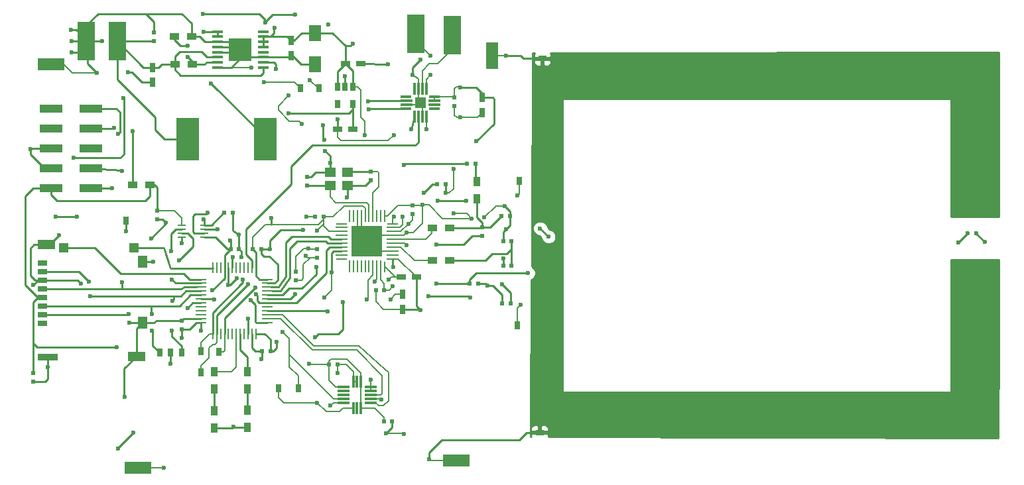
<source format=gbr>
G04 #@! TF.FileFunction,Copper,L1,Top,Signal*
%FSLAX46Y46*%
G04 Gerber Fmt 4.6, Leading zero omitted, Abs format (unit mm)*
G04 Created by KiCad (PCBNEW 4.0.6) date 05/01/18 07:54:48*
%MOMM*%
%LPD*%
G01*
G04 APERTURE LIST*
%ADD10C,0.100000*%
%ADD11R,1.000000X0.750000*%
%ADD12R,1.066800X0.254000*%
%ADD13R,1.400000X1.200000*%
%ADD14R,0.279400X1.473200*%
%ADD15R,1.473200X0.279400*%
%ADD16R,1.473200X0.355600*%
%ADD17R,2.997200X2.997200*%
%ADD18R,0.304800X1.500000*%
%ADD19R,1.450000X0.304800*%
%ADD20R,1.500000X0.304800*%
%ADD21R,1.447800X1.447800*%
%ADD22R,0.600000X0.500000*%
%ADD23R,0.500000X0.600000*%
%ADD24R,0.750000X1.200000*%
%ADD25R,1.600000X2.000000*%
%ADD26R,1.200000X0.750000*%
%ADD27R,0.900000X1.200000*%
%ADD28R,2.250000X5.000000*%
%ADD29R,1.240000X0.800000*%
%ADD30R,2.500000X0.950000*%
%ADD31R,2.200000X1.150000*%
%ADD32R,1.250000X1.160000*%
%ADD33R,1.200000X1.160000*%
%ADD34R,1.150000X1.500000*%
%ADD35R,2.900000X5.400000*%
%ADD36R,1.200000X0.900000*%
%ADD37R,0.650000X1.060000*%
%ADD38R,0.750000X1.000000*%
%ADD39R,3.500000X1.500000*%
%ADD40R,3.000000X1.000000*%
%ADD41R,1.500000X3.500000*%
%ADD42R,4.000000X4.000000*%
%ADD43R,0.250000X1.500000*%
%ADD44R,1.450000X0.250000*%
%ADD45R,1.500000X0.250000*%
%ADD46R,0.250000X1.450000*%
%ADD47R,0.350000X1.520000*%
%ADD48R,1.520000X0.350000*%
%ADD49C,0.600000*%
%ADD50C,0.200000*%
%ADD51C,0.250000*%
%ADD52C,0.254000*%
G04 APERTURE END LIST*
D10*
D11*
X122682000Y-89408000D03*
X123037600Y-41605200D03*
D12*
X77000100Y-62928500D03*
X77000100Y-63436500D03*
X77000100Y-63944500D03*
X77000100Y-64452500D03*
X79844900Y-64452500D03*
X79844900Y-63944500D03*
X79844900Y-63436500D03*
X79844900Y-62928500D03*
D13*
X98128000Y-57873000D03*
X95928000Y-57873000D03*
X98128000Y-56173000D03*
X95928000Y-56173000D03*
D14*
X86436200Y-68364100D03*
X85953600Y-68364100D03*
X85445600Y-68364100D03*
X84937600Y-68364100D03*
X84455000Y-68364100D03*
X83947000Y-68364100D03*
X83439000Y-68364100D03*
X82931000Y-68364100D03*
X82448400Y-68364100D03*
X81940400Y-68364100D03*
X81432400Y-68364100D03*
X80949800Y-68364100D03*
D15*
X79476600Y-69837300D03*
X79476600Y-70319900D03*
X79476600Y-70827900D03*
X79476600Y-71335900D03*
X79476600Y-71818500D03*
X79476600Y-72326500D03*
X79476600Y-72834500D03*
X79476600Y-73342500D03*
X79476600Y-73825100D03*
X79476600Y-74333100D03*
X79476600Y-74841100D03*
X79476600Y-75323700D03*
D14*
X80949800Y-76796900D03*
X81432400Y-76796900D03*
X81940400Y-76796900D03*
X82448400Y-76796900D03*
X82931000Y-76796900D03*
X83439000Y-76796900D03*
X83947000Y-76796900D03*
X84455000Y-76796900D03*
X84937600Y-76796900D03*
X85445600Y-76796900D03*
X85953600Y-76796900D03*
X86436200Y-76796900D03*
D15*
X87909400Y-75323700D03*
X87909400Y-74841100D03*
X87909400Y-74333100D03*
X87909400Y-73825100D03*
X87909400Y-73342500D03*
X87909400Y-72834500D03*
X87909400Y-72326500D03*
X87909400Y-71818500D03*
X87909400Y-71335900D03*
X87909400Y-70827900D03*
X87909400Y-70319900D03*
X87909400Y-69837300D03*
D16*
X81534000Y-38163500D03*
X81534000Y-38823900D03*
X81534000Y-39484300D03*
X81534000Y-40119300D03*
X81534000Y-40779700D03*
X81534000Y-41414700D03*
X81534000Y-42075100D03*
X81534000Y-42735500D03*
X87376000Y-42735500D03*
X87376000Y-42075100D03*
X87376000Y-41414700D03*
X87376000Y-40779700D03*
X87376000Y-40119300D03*
X87376000Y-39484300D03*
X87376000Y-38823900D03*
X87376000Y-38163500D03*
D17*
X84455000Y-40449500D03*
D18*
X106680000Y-49035400D03*
X107188000Y-49035400D03*
X107696000Y-49035400D03*
X108204000Y-49035400D03*
D19*
X109283400Y-48006000D03*
D20*
X109233400Y-47498000D03*
X109233400Y-46990000D03*
D19*
X109283400Y-46482000D03*
D18*
X108204000Y-45452600D03*
X107696000Y-45452600D03*
X107188000Y-45452600D03*
X106680000Y-45452600D03*
D19*
X105600600Y-46482000D03*
D20*
X105650600Y-46990000D03*
X105650600Y-47498000D03*
D19*
X105600600Y-48006000D03*
D21*
X107442000Y-47244000D03*
D22*
X83206500Y-65976500D03*
X84306500Y-65976500D03*
D23*
X91567000Y-68855500D03*
X91567000Y-69955500D03*
D22*
X88307000Y-78994000D03*
X87207000Y-78994000D03*
D23*
X76962000Y-76178500D03*
X76962000Y-75078500D03*
X73406000Y-39348500D03*
X73406000Y-38248500D03*
D22*
X86064000Y-65976500D03*
X87164000Y-65976500D03*
D24*
X73279000Y-42738000D03*
X73279000Y-44638000D03*
X90932000Y-39309000D03*
X90932000Y-41209000D03*
D25*
X94043500Y-38322500D03*
X94043500Y-42322500D03*
D26*
X97919500Y-42291000D03*
X99819500Y-42291000D03*
X98803500Y-50609500D03*
X96903500Y-50609500D03*
D22*
X95779500Y-80708500D03*
X96879500Y-80708500D03*
X102764500Y-87947500D03*
X103864500Y-87947500D03*
D23*
X58039000Y-81809500D03*
X58039000Y-82909500D03*
X111823500Y-46567000D03*
X111823500Y-47667000D03*
D24*
X115379500Y-46611500D03*
X115379500Y-48511500D03*
D23*
X101155500Y-56092000D03*
X101155500Y-57192000D03*
X93027500Y-57827000D03*
X93027500Y-56727000D03*
D26*
X105031500Y-69532500D03*
X106931500Y-69532500D03*
D24*
X105156000Y-71757500D03*
X105156000Y-73657500D03*
D22*
X95101500Y-61849000D03*
X94001500Y-61849000D03*
D23*
X94297500Y-65934500D03*
X94297500Y-67034500D03*
X106426000Y-61446500D03*
X106426000Y-60346500D03*
D22*
X102848500Y-71183500D03*
X101748500Y-71183500D03*
X109559000Y-57658000D03*
X110659000Y-57658000D03*
X113369000Y-55054500D03*
X114469000Y-55054500D03*
D23*
X115316000Y-64240500D03*
X115316000Y-63140500D03*
D22*
X117814000Y-61722000D03*
X118914000Y-61722000D03*
X118004500Y-64960500D03*
X119104500Y-64960500D03*
X119104500Y-68072000D03*
X118004500Y-68072000D03*
X113750000Y-70358000D03*
X114850000Y-70358000D03*
X117877500Y-72898000D03*
X118977500Y-72898000D03*
X82381000Y-61341000D03*
X83481000Y-61341000D03*
D23*
X73850500Y-61045000D03*
X73850500Y-62145000D03*
D27*
X81153000Y-88793500D03*
X81153000Y-86593500D03*
X85344000Y-88730000D03*
X85344000Y-86530000D03*
D28*
X68738500Y-39370000D03*
X64801500Y-39370000D03*
X111537500Y-38608000D03*
X106838500Y-38481000D03*
D29*
X59240500Y-75417000D03*
X59240500Y-74317000D03*
X59240500Y-73217000D03*
X59240500Y-72117000D03*
X59240500Y-71017000D03*
X59240500Y-69917000D03*
X59240500Y-68817000D03*
X59240500Y-67717000D03*
D30*
X59870500Y-79762000D03*
D31*
X59720500Y-65372000D03*
D32*
X61870500Y-65777000D03*
D33*
X70870500Y-65777000D03*
D31*
X71200500Y-79662000D03*
D34*
X71995500Y-75357000D03*
X71995500Y-67577000D03*
D35*
X77727000Y-51943000D03*
X87627000Y-51943000D03*
D36*
X109009000Y-63246000D03*
X111209000Y-63246000D03*
X109009000Y-67437000D03*
X111209000Y-67437000D03*
D27*
X81153000Y-81640500D03*
X81153000Y-83840500D03*
X85344000Y-81640500D03*
X85344000Y-83840500D03*
D36*
X76116000Y-42354500D03*
X78316000Y-42354500D03*
X76052500Y-38798500D03*
X78252500Y-38798500D03*
X72918500Y-57785000D03*
X70718500Y-57785000D03*
D27*
X114681000Y-57320000D03*
X114681000Y-59520000D03*
D37*
X98803500Y-45255000D03*
X97853500Y-45255000D03*
X96903500Y-45255000D03*
X96903500Y-47455000D03*
X98803500Y-47455000D03*
D38*
X94538800Y-45415200D03*
X92151200Y-45415200D03*
X120040400Y-57200800D03*
X119786400Y-75692000D03*
X89306400Y-83718400D03*
X81686400Y-79044800D03*
X79451200Y-81686400D03*
X91846400Y-83718400D03*
X79451200Y-78994000D03*
D39*
X71374000Y-93878400D03*
D38*
X69850000Y-62280800D03*
X75565000Y-79184500D03*
X77012800Y-79197200D03*
X74168000Y-79184500D03*
D40*
X60345000Y-58166000D03*
X65385000Y-58166000D03*
X60345000Y-55626000D03*
X65385000Y-55626000D03*
X60345000Y-53086000D03*
X65385000Y-53086000D03*
X60345000Y-50546000D03*
X65385000Y-50546000D03*
X60345000Y-48006000D03*
X65385000Y-48006000D03*
D39*
X112014000Y-92964000D03*
D41*
X116636800Y-41249600D03*
D39*
X60299600Y-42316400D03*
D42*
X100647500Y-64960500D03*
D43*
X98897500Y-68200500D03*
X98397500Y-68200500D03*
D44*
X97357500Y-67210500D03*
D45*
X97407500Y-66710500D03*
X97407500Y-66210500D03*
X97407500Y-65710500D03*
X97407500Y-65210500D03*
X97407500Y-64710500D03*
X97407500Y-64210500D03*
X97407500Y-63710500D03*
X97407500Y-63210500D03*
D44*
X97357500Y-62710500D03*
D43*
X98397500Y-61720500D03*
X98897500Y-61720500D03*
X99397500Y-61720500D03*
X99897500Y-61720500D03*
X100397500Y-61720500D03*
X100897500Y-61720500D03*
X101397500Y-61720500D03*
X101897500Y-61720500D03*
X102397500Y-61720500D03*
X102897500Y-61720500D03*
D44*
X103937500Y-62710500D03*
D45*
X103887500Y-63210500D03*
X103887500Y-63710500D03*
X103887500Y-64210500D03*
X103887500Y-64710500D03*
X103887500Y-65210500D03*
X103887500Y-65710500D03*
X103887500Y-66210500D03*
X103887500Y-66710500D03*
X103887500Y-67210500D03*
D43*
X99397500Y-68200500D03*
X99897500Y-68200500D03*
X100397500Y-68200500D03*
X100897500Y-68200500D03*
X101397500Y-68200500D03*
X101897500Y-68200500D03*
X102397500Y-68200500D03*
D46*
X102897500Y-68250500D03*
D47*
X98877500Y-86307000D03*
X99377500Y-86307000D03*
X99877500Y-86307000D03*
D48*
X101102500Y-85582000D03*
X101102500Y-85082000D03*
X101102500Y-84582000D03*
X101102500Y-84082000D03*
X101102500Y-83582000D03*
D47*
X99877500Y-82857000D03*
X99377500Y-82857000D03*
X98877500Y-82857000D03*
D48*
X97652500Y-83582000D03*
X97652500Y-84082000D03*
X97652500Y-84582000D03*
X97652500Y-85082000D03*
X97652500Y-85582000D03*
D49*
X90627200Y-46329600D03*
X92303600Y-49987200D03*
X60909200Y-61772800D03*
X63601600Y-61772800D03*
X103441500Y-69850000D03*
X93980000Y-77216000D03*
X97536000Y-72771000D03*
X83185000Y-64897000D03*
X88392000Y-61976000D03*
X93154500Y-65913000D03*
X94297500Y-63563500D03*
X80899000Y-71247000D03*
X93281500Y-80645000D03*
X79438500Y-76390500D03*
X76962000Y-77279500D03*
X68707000Y-78486000D03*
X89090500Y-77787500D03*
X90614500Y-48577500D03*
X74993500Y-62611000D03*
X66802000Y-39370000D03*
X62890400Y-40792400D03*
X62839600Y-37896800D03*
X62941200Y-39370000D03*
X84023200Y-69697600D03*
X106426000Y-43688000D03*
X107442000Y-41757600D03*
X108559600Y-92811600D03*
X118414800Y-41249600D03*
X92837000Y-66802000D03*
X95910400Y-54965600D03*
X94996000Y-50139600D03*
X95199200Y-52019200D03*
X95300800Y-53390800D03*
X102489000Y-85217000D03*
X58013600Y-70561200D03*
X64109600Y-70358000D03*
X85852000Y-42773600D03*
X74726800Y-93929200D03*
X103060500Y-89535000D03*
X105359200Y-89560400D03*
X113995200Y-62026800D03*
X107759500Y-60325000D03*
X111709200Y-61366400D03*
X118237000Y-60452000D03*
X115620800Y-61925200D03*
X110680500Y-58737500D03*
X111658400Y-55727600D03*
X104038400Y-51358800D03*
X105664000Y-63881000D03*
X103987600Y-68224400D03*
X79654400Y-35915600D03*
X91440000Y-36017200D03*
X87630000Y-37033200D03*
X88239600Y-65989200D03*
X92506800Y-63500000D03*
X69697600Y-84836000D03*
X68834000Y-91440000D03*
X70815200Y-89408000D03*
X84582000Y-66954400D03*
X73101200Y-64566800D03*
X70294500Y-75374500D03*
X116014500Y-70612000D03*
X118364000Y-63436500D03*
X112585500Y-49149000D03*
X103327200Y-42316400D03*
X92900500Y-61849000D03*
X107505500Y-73787000D03*
X83629500Y-88646000D03*
X84277200Y-64058800D03*
X77025500Y-65214500D03*
X82905600Y-70561200D03*
X101092000Y-82613500D03*
X96901000Y-81788000D03*
X95948500Y-85979000D03*
X98107500Y-59372500D03*
X87185500Y-80010000D03*
X59880500Y-81026000D03*
X73342500Y-67564000D03*
X61341000Y-64198500D03*
X95694500Y-37274500D03*
X57721500Y-53149500D03*
X96901000Y-49403000D03*
X97853500Y-43878500D03*
X66167000Y-43434000D03*
X70104000Y-43370500D03*
X124968000Y-67246500D03*
X113347500Y-59753500D03*
X109664500Y-59817000D03*
X108458000Y-71945500D03*
X113855500Y-72136000D03*
X114617500Y-52197000D03*
X112585500Y-45275500D03*
X100330000Y-51371500D03*
X98806000Y-39687500D03*
X79756000Y-62166500D03*
X88836500Y-37655500D03*
X69532500Y-46672500D03*
X63182500Y-54292500D03*
X100647500Y-72390000D03*
X103632000Y-72390000D03*
X103949500Y-70739000D03*
X105664000Y-65468500D03*
X105918000Y-62738000D03*
X107886500Y-58737500D03*
X105219500Y-61785500D03*
X105346500Y-55181500D03*
X104076500Y-61785500D03*
X121221500Y-69024500D03*
X109474000Y-70358000D03*
X109537500Y-65341500D03*
X118046500Y-67183000D03*
X117919500Y-70485000D03*
X85471000Y-74866500D03*
X68072000Y-58166000D03*
X85788500Y-72517000D03*
X69354700Y-55943500D03*
X68389500Y-50482500D03*
X70739000Y-50863500D03*
X68897500Y-51244500D03*
X83464400Y-66954400D03*
X108775500Y-41275000D03*
X108775500Y-43688000D03*
X69850000Y-63652400D03*
X75755500Y-69850000D03*
X70231000Y-74295000D03*
X73215500Y-76390500D03*
X73215500Y-74231500D03*
X75565000Y-80645000D03*
X69342000Y-70167500D03*
X75819000Y-72580500D03*
X75755500Y-76390500D03*
X65151000Y-70104000D03*
X65341500Y-71945500D03*
X80708500Y-44767500D03*
X79819500Y-38163500D03*
X94170500Y-68262500D03*
X77724000Y-40005000D03*
X77724000Y-41402000D03*
X89027000Y-42926000D03*
X89852500Y-76517500D03*
X86487000Y-71755000D03*
X95186500Y-72136000D03*
X94297500Y-85598000D03*
X96139000Y-68897500D03*
X91440000Y-71755000D03*
X108204000Y-50673000D03*
X101600000Y-70104000D03*
X95631000Y-73914000D03*
X120243600Y-73050400D03*
X123825000Y-64389000D03*
X122745500Y-63309500D03*
X179514500Y-65024000D03*
X178435000Y-63944500D03*
X119837200Y-59131200D03*
X177292000Y-63944500D03*
X176149000Y-65087500D03*
X100774500Y-47053500D03*
X84772500Y-69850000D03*
X85471000Y-70421500D03*
X100838000Y-48133000D03*
X86360000Y-70866000D03*
X106299000Y-50673000D03*
X87477600Y-44602400D03*
X81597500Y-63436500D03*
X93319600Y-44348400D03*
X80264000Y-61341000D03*
X81153000Y-72390000D03*
X75628500Y-66230500D03*
X77724000Y-73469500D03*
X76644500Y-67373500D03*
D50*
X89306400Y-47650400D02*
X90627200Y-46329600D01*
X89306400Y-48209200D02*
X89306400Y-47650400D01*
X90728800Y-49631600D02*
X89306400Y-48209200D01*
X91948000Y-49631600D02*
X90728800Y-49631600D01*
X92303600Y-49987200D02*
X91948000Y-49631600D01*
D51*
X63601600Y-61772800D02*
X60909200Y-61772800D01*
X82448400Y-68364100D02*
X82448400Y-66734600D01*
X82448400Y-66734600D02*
X83206500Y-65976500D01*
D50*
X103759000Y-69532500D02*
X105031500Y-69532500D01*
X103441500Y-69850000D02*
X103759000Y-69532500D01*
D51*
X94424500Y-76771500D02*
X93980000Y-77216000D01*
X96964500Y-76771500D02*
X94424500Y-76771500D01*
X97536000Y-76200000D02*
X96964500Y-76771500D01*
X97536000Y-72771000D02*
X97536000Y-76200000D01*
X83206500Y-65976500D02*
X83206500Y-64918500D01*
X83206500Y-64918500D02*
X83185000Y-64897000D01*
X88392000Y-61976000D02*
X88392000Y-62801500D01*
D50*
X73850500Y-61045000D02*
X76031000Y-61045000D01*
X77000100Y-62014100D02*
X77000100Y-62928500D01*
X76031000Y-61045000D02*
X77000100Y-62014100D01*
X91567000Y-68855500D02*
X91567000Y-66929000D01*
X92583000Y-65913000D02*
X93154500Y-65913000D01*
X91567000Y-66929000D02*
X92583000Y-65913000D01*
X95101500Y-61849000D02*
X95101500Y-62759500D01*
X93176000Y-65934500D02*
X94297500Y-65934500D01*
X93154500Y-65913000D02*
X93176000Y-65934500D01*
X95101500Y-62759500D02*
X94297500Y-63563500D01*
X95101500Y-61849000D02*
X95101500Y-62124500D01*
X86064000Y-64431000D02*
X86064000Y-65976500D01*
X87693500Y-62801500D02*
X86064000Y-64431000D01*
X94424500Y-62801500D02*
X88392000Y-62801500D01*
X88392000Y-62801500D02*
X87693500Y-62801500D01*
X95101500Y-62124500D02*
X94424500Y-62801500D01*
X100397500Y-61720500D02*
X100397500Y-60710000D01*
X96329500Y-61849000D02*
X95101500Y-61849000D01*
X97726500Y-60452000D02*
X96329500Y-61849000D01*
X100139500Y-60452000D02*
X97726500Y-60452000D01*
X100397500Y-60710000D02*
X100139500Y-60452000D01*
X97407500Y-63710500D02*
X95778000Y-63710500D01*
X95101500Y-63034000D02*
X95101500Y-61849000D01*
X95778000Y-63710500D02*
X95101500Y-63034000D01*
X105031500Y-69532500D02*
X104229500Y-69532500D01*
X104229500Y-69532500D02*
X102897500Y-68200500D01*
X102764500Y-87947500D02*
X102764500Y-87461000D01*
X101610500Y-86307000D02*
X99877500Y-86307000D01*
X102764500Y-87461000D02*
X101610500Y-86307000D01*
D51*
X83206500Y-65976500D02*
X82804000Y-65976500D01*
X81280000Y-64452500D02*
X79844900Y-64452500D01*
X82804000Y-65976500D02*
X81280000Y-64452500D01*
X82448400Y-68364100D02*
X82448400Y-69697600D01*
X82448400Y-69697600D02*
X80899000Y-71247000D01*
X86436200Y-68364100D02*
X86436200Y-66348700D01*
X86436200Y-66348700D02*
X86064000Y-65976500D01*
X87909400Y-69837300D02*
X86918800Y-69837300D01*
X86436200Y-69354700D02*
X86436200Y-68364100D01*
X86918800Y-69837300D02*
X86436200Y-69354700D01*
D50*
X99877500Y-86307000D02*
X99877500Y-82857000D01*
X95779500Y-80708500D02*
X95779500Y-80306000D01*
X99877500Y-81780000D02*
X99877500Y-82857000D01*
X98107500Y-80010000D02*
X99877500Y-81780000D01*
X96075500Y-80010000D02*
X98107500Y-80010000D01*
X95779500Y-80306000D02*
X96075500Y-80010000D01*
X95779500Y-80708500D02*
X95779500Y-82762000D01*
X96599500Y-83582000D02*
X97652500Y-83582000D01*
X95779500Y-82762000D02*
X96599500Y-83582000D01*
X93345000Y-80708500D02*
X95779500Y-80708500D01*
X93281500Y-80645000D02*
X93345000Y-80708500D01*
D51*
X79476600Y-75323700D02*
X79476600Y-76352400D01*
X79476600Y-76352400D02*
X79438500Y-76390500D01*
X58039000Y-77724000D02*
X58039000Y-77978000D01*
X76962000Y-77279500D02*
X76962000Y-76178500D01*
X58547000Y-78486000D02*
X68707000Y-78486000D01*
X58039000Y-77978000D02*
X58547000Y-78486000D01*
X89090500Y-77787500D02*
X89090500Y-78613000D01*
X89090500Y-78613000D02*
X88709500Y-78994000D01*
X88709500Y-78994000D02*
X88307000Y-78994000D01*
X86436200Y-76796900D02*
X87591900Y-76796900D01*
X88307000Y-77512000D02*
X88307000Y-78994000D01*
X87591900Y-76796900D02*
X88307000Y-77512000D01*
X79476600Y-75323700D02*
X78854300Y-75323700D01*
X78854300Y-75323700D02*
X77999500Y-76178500D01*
X77999500Y-76178500D02*
X76962000Y-76178500D01*
X58039000Y-81809500D02*
X58039000Y-77724000D01*
X58039000Y-77724000D02*
X58039000Y-72707500D01*
X58039000Y-72707500D02*
X58629500Y-72117000D01*
X58629500Y-72117000D02*
X59240500Y-72117000D01*
X59240500Y-72117000D02*
X58591500Y-72117000D01*
X58039000Y-58166000D02*
X60345000Y-58166000D01*
X57023000Y-59182000D02*
X58039000Y-58166000D01*
X57023000Y-70548500D02*
X57023000Y-59182000D01*
X58591500Y-72117000D02*
X57023000Y-70548500D01*
X60345000Y-58166000D02*
X60345000Y-59011500D01*
X72918500Y-59161500D02*
X72918500Y-57785000D01*
X72326500Y-59753500D02*
X72918500Y-59161500D01*
X61087000Y-59753500D02*
X72326500Y-59753500D01*
X60345000Y-59011500D02*
X61087000Y-59753500D01*
X72918500Y-57785000D02*
X73533000Y-57785000D01*
X73850500Y-58102500D02*
X73850500Y-61045000D01*
X73533000Y-57785000D02*
X73850500Y-58102500D01*
X98803500Y-47455000D02*
X98803500Y-48072000D01*
X98298000Y-48577500D02*
X90614500Y-48577500D01*
X98803500Y-48072000D02*
X98298000Y-48577500D01*
X98803500Y-47455000D02*
X98803500Y-50609500D01*
X64801500Y-39370000D02*
X66802000Y-39370000D01*
X64801500Y-39370000D02*
X64801500Y-39694100D01*
X64801500Y-39694100D02*
X63703200Y-40792400D01*
X63703200Y-40792400D02*
X62890400Y-40792400D01*
X64801500Y-39370000D02*
X64801500Y-39147500D01*
X64801500Y-39147500D02*
X63550800Y-37896800D01*
X63550800Y-37896800D02*
X62839600Y-37896800D01*
X64801500Y-39370000D02*
X62941200Y-39370000D01*
X82905600Y-70561200D02*
X83159600Y-70561200D01*
X83159600Y-70561200D02*
X84023200Y-69697600D01*
X106426000Y-43688000D02*
X106426000Y-42773600D01*
D50*
X107188000Y-44196000D02*
X106426000Y-43688000D01*
X107188000Y-45452600D02*
X107188000Y-44196000D01*
D51*
X106426000Y-42773600D02*
X107442000Y-41757600D01*
X108559600Y-92811600D02*
X108559600Y-91948000D01*
D50*
X108712000Y-92964000D02*
X108559600Y-92811600D01*
X112014000Y-92964000D02*
X108712000Y-92964000D01*
D51*
X121005600Y-89408000D02*
X122682000Y-89408000D01*
X120091200Y-90322400D02*
X121005600Y-89408000D01*
X110185200Y-90322400D02*
X120091200Y-90322400D01*
X108559600Y-91948000D02*
X110185200Y-90322400D01*
X118414800Y-41249600D02*
X120243600Y-41249600D01*
D50*
X116636800Y-41249600D02*
X118414800Y-41249600D01*
D51*
X120599200Y-41605200D02*
X123037600Y-41605200D01*
X120243600Y-41249600D02*
X120599200Y-41605200D01*
D50*
X93069500Y-67034500D02*
X92837000Y-66802000D01*
X94297500Y-67034500D02*
X93069500Y-67034500D01*
D51*
X95910400Y-54965600D02*
X95910400Y-54000400D01*
X95953400Y-55008600D02*
X95910400Y-54965600D01*
X95928000Y-56173000D02*
X95953400Y-55008600D01*
X94996000Y-51816000D02*
X94996000Y-50139600D01*
X95199200Y-52019200D02*
X94996000Y-51816000D01*
X95910400Y-54000400D02*
X95300800Y-53390800D01*
D50*
X102354000Y-85082000D02*
X102489000Y-85217000D01*
X101102500Y-85082000D02*
X102354000Y-85082000D01*
D51*
X58013600Y-70561200D02*
X58657800Y-69917000D01*
X58657800Y-69917000D02*
X59240500Y-69917000D01*
X63668600Y-69917000D02*
X59240500Y-69917000D01*
X64109600Y-70358000D02*
X63668600Y-69917000D01*
D50*
X83312000Y-42735500D02*
X85813900Y-42735500D01*
X85813900Y-42735500D02*
X85852000Y-42773600D01*
X60299600Y-42316400D02*
X61874400Y-42316400D01*
X61874400Y-42316400D02*
X62992000Y-43434000D01*
X62992000Y-43434000D02*
X66167000Y-43434000D01*
X71374000Y-93878400D02*
X74676000Y-93878400D01*
X74676000Y-93878400D02*
X74726800Y-93929200D01*
X71374000Y-93878400D02*
X72999600Y-93878400D01*
X72999600Y-93878400D02*
X73050400Y-93827600D01*
X103060500Y-89535000D02*
X105333800Y-89535000D01*
D51*
X103864500Y-88731000D02*
X103060500Y-89535000D01*
X103864500Y-87947500D02*
X103864500Y-88731000D01*
D50*
X105333800Y-89535000D02*
X105359200Y-89560400D01*
X108534200Y-60325000D02*
X110236000Y-62026800D01*
X110236000Y-62026800D02*
X113995200Y-62026800D01*
X108534200Y-60325000D02*
X107759500Y-60325000D01*
X113385600Y-61417200D02*
X113995200Y-62026800D01*
X111760000Y-61417200D02*
X113385600Y-61417200D01*
X111709200Y-61366400D02*
X111760000Y-61417200D01*
D51*
X118914000Y-61129000D02*
X118237000Y-60452000D01*
X118914000Y-61129000D02*
X118914000Y-61722000D01*
D50*
X117094000Y-60452000D02*
X118237000Y-60452000D01*
X115620800Y-61925200D02*
X117094000Y-60452000D01*
X110680500Y-58737500D02*
X111137700Y-58737500D01*
D51*
X110659000Y-58716000D02*
X110680500Y-58737500D01*
X110659000Y-57658000D02*
X110659000Y-58716000D01*
D50*
X111658400Y-58216800D02*
X111658400Y-55727600D01*
X111137700Y-58737500D02*
X111658400Y-58216800D01*
X104038400Y-51358800D02*
X103327200Y-52070000D01*
X103327200Y-52070000D02*
X97332800Y-52070000D01*
X97332800Y-52070000D02*
X96903500Y-51640700D01*
X96903500Y-51640700D02*
X96903500Y-50609500D01*
X105664000Y-63881000D02*
X106502200Y-63881000D01*
X107738000Y-60346500D02*
X107759500Y-60325000D01*
X106426000Y-60346500D02*
X107738000Y-60346500D01*
X105334500Y-64210500D02*
X105664000Y-63881000D01*
X105334500Y-64210500D02*
X103887500Y-64210500D01*
X107759500Y-62623700D02*
X107759500Y-60325000D01*
X106502200Y-63881000D02*
X107759500Y-62623700D01*
D51*
X103887500Y-67210500D02*
X103887500Y-68124300D01*
X103887500Y-68124300D02*
X103987600Y-68224400D01*
X87630000Y-37033200D02*
X87630000Y-36677600D01*
X91440000Y-36017200D02*
X89154000Y-36017200D01*
X89154000Y-36017200D02*
X88544400Y-36017200D01*
X88544400Y-36017200D02*
X87630000Y-36931600D01*
X87630000Y-36931600D02*
X87630000Y-37033200D01*
X86868000Y-35915600D02*
X79654400Y-35915600D01*
X87630000Y-36677600D02*
X86868000Y-35915600D01*
X88239600Y-65989200D02*
X88239600Y-64871600D01*
X88226900Y-65976500D02*
X88239600Y-65989200D01*
X87164000Y-65976500D02*
X88226900Y-65976500D01*
X89611200Y-63500000D02*
X92506800Y-63500000D01*
X88239600Y-64871600D02*
X89611200Y-63500000D01*
X69646800Y-81215700D02*
X71200500Y-79662000D01*
X69646800Y-84785200D02*
X69646800Y-81215700D01*
X69697600Y-84836000D02*
X69646800Y-84785200D01*
X68834000Y-91389200D02*
X68834000Y-91440000D01*
X70815200Y-89408000D02*
X68834000Y-91389200D01*
X84582000Y-66954400D02*
X84582000Y-66252000D01*
X84582000Y-66252000D02*
X84306500Y-65976500D01*
X74993500Y-62611000D02*
X74993500Y-62674500D01*
X74993500Y-62674500D02*
X73101200Y-64566800D01*
X74527500Y-62145000D02*
X74993500Y-62611000D01*
X73850500Y-62145000D02*
X74527500Y-62145000D01*
X71995500Y-75357000D02*
X70312000Y-75357000D01*
X70312000Y-75357000D02*
X70294500Y-75374500D01*
X117877500Y-72898000D02*
X117877500Y-71776500D01*
X115760500Y-70358000D02*
X116014500Y-70612000D01*
X115760500Y-70358000D02*
X114850000Y-70358000D01*
X116713000Y-70612000D02*
X116014500Y-70612000D01*
X117877500Y-71776500D02*
X116713000Y-70612000D01*
X118914000Y-61722000D02*
X118914000Y-62886500D01*
X118004500Y-63796000D02*
X118364000Y-63436500D01*
X118004500Y-63796000D02*
X118004500Y-64960500D01*
X118914000Y-62886500D02*
X118364000Y-63436500D01*
D50*
X107696000Y-49035400D02*
X107696000Y-47498000D01*
X107696000Y-47498000D02*
X107442000Y-47244000D01*
X107188000Y-45452600D02*
X107188000Y-46990000D01*
X107188000Y-46990000D02*
X107442000Y-47244000D01*
X115379500Y-48511500D02*
X115379500Y-48514000D01*
X115379500Y-48514000D02*
X114744500Y-49149000D01*
X114744500Y-49149000D02*
X112585500Y-49149000D01*
X111823500Y-47667000D02*
X111823500Y-48831500D01*
X112141000Y-49149000D02*
X112585500Y-49149000D01*
X111823500Y-48831500D02*
X112141000Y-49149000D01*
X105650600Y-47498000D02*
X107188000Y-47498000D01*
X107188000Y-47498000D02*
X107442000Y-47244000D01*
D51*
X99819500Y-42291000D02*
X103327200Y-42316400D01*
D50*
X103887500Y-66210500D02*
X101897500Y-66210500D01*
X101897500Y-66210500D02*
X100647500Y-64960500D01*
X94297500Y-67034500D02*
X93366500Y-67034500D01*
X92287000Y-69955500D02*
X91567000Y-69955500D01*
X92519500Y-69723000D02*
X92287000Y-69955500D01*
X92519500Y-67881500D02*
X92519500Y-69723000D01*
X93366500Y-67034500D02*
X92519500Y-67881500D01*
X94001500Y-61849000D02*
X92900500Y-61849000D01*
X102897500Y-61720500D02*
X103189000Y-61720500D01*
X104563000Y-60346500D02*
X106426000Y-60346500D01*
X103189000Y-61720500D02*
X104563000Y-60346500D01*
X103887500Y-64210500D02*
X101397500Y-64210500D01*
X101397500Y-64210500D02*
X100647500Y-64960500D01*
X99897500Y-61720500D02*
X99897500Y-64210500D01*
X99897500Y-64210500D02*
X100647500Y-64960500D01*
X99397500Y-61720500D02*
X99397500Y-63710500D01*
X99397500Y-63710500D02*
X100647500Y-64960500D01*
X101748500Y-71183500D02*
X101748500Y-72665500D01*
X102740500Y-73657500D02*
X105156000Y-73657500D01*
X101748500Y-72665500D02*
X102740500Y-73657500D01*
X103887500Y-67210500D02*
X104609500Y-67210500D01*
X104609500Y-67210500D02*
X106931500Y-69532500D01*
D51*
X106931500Y-69532500D02*
X106931500Y-73213000D01*
X106931500Y-73213000D02*
X107505500Y-73787000D01*
X105156000Y-73657500D02*
X107376000Y-73657500D01*
X107376000Y-73657500D02*
X107505500Y-73787000D01*
X85344000Y-88730000D02*
X83713500Y-88730000D01*
X83482000Y-88793500D02*
X83629500Y-88646000D01*
X83482000Y-88793500D02*
X81153000Y-88793500D01*
X83713500Y-88730000D02*
X83629500Y-88646000D01*
X83481000Y-61341000D02*
X83481000Y-63605500D01*
X84306500Y-64431000D02*
X84277200Y-64058800D01*
X84306500Y-64431000D02*
X84306500Y-65976500D01*
X83481000Y-63605500D02*
X84277200Y-64058800D01*
X82931000Y-68364100D02*
X82905600Y-70561200D01*
X77000100Y-65189100D02*
X77025500Y-65214500D01*
X77000100Y-65189100D02*
X77000100Y-64452500D01*
X87566500Y-66865500D02*
X87503000Y-66865500D01*
X88874600Y-70319900D02*
X89281000Y-69913500D01*
X89281000Y-69913500D02*
X89281000Y-67945000D01*
X89281000Y-67945000D02*
X88201500Y-66865500D01*
X88201500Y-66865500D02*
X87566500Y-66865500D01*
X87909400Y-70319900D02*
X88874600Y-70319900D01*
X87164000Y-66526500D02*
X87164000Y-65976500D01*
X87503000Y-66865500D02*
X87164000Y-66526500D01*
D50*
X101102500Y-83582000D02*
X101102500Y-82624000D01*
X101102500Y-82624000D02*
X101092000Y-82613500D01*
X96879500Y-80708500D02*
X96879500Y-81766500D01*
X96879500Y-81766500D02*
X96901000Y-81788000D01*
X97652500Y-85582000D02*
X96345500Y-85582000D01*
X96345500Y-85582000D02*
X95948500Y-85979000D01*
X101102500Y-83582000D02*
X101102500Y-84082000D01*
X98877500Y-82857000D02*
X99377500Y-82857000D01*
X96879500Y-80708500D02*
X97980500Y-80708500D01*
X98877500Y-81605500D02*
X98877500Y-82857000D01*
X97980500Y-80708500D02*
X98877500Y-81605500D01*
D51*
X98128000Y-57873000D02*
X98128000Y-59352000D01*
X98128000Y-59352000D02*
X98107500Y-59372500D01*
X98128000Y-57873000D02*
X100474500Y-57873000D01*
X100474500Y-57873000D02*
X101155500Y-57192000D01*
X93027500Y-56727000D02*
X93514000Y-56727000D01*
X94068000Y-56173000D02*
X95928000Y-56173000D01*
X93514000Y-56727000D02*
X94068000Y-56173000D01*
X87207000Y-78994000D02*
X87207000Y-79988500D01*
X87207000Y-79988500D02*
X87185500Y-80010000D01*
X87207000Y-78994000D02*
X86360000Y-78994000D01*
X85953600Y-78587600D02*
X85953600Y-76796900D01*
X86360000Y-78994000D02*
X85953600Y-78587600D01*
X76962000Y-75078500D02*
X73765500Y-75078500D01*
X73452000Y-75357000D02*
X73469500Y-75374500D01*
X73452000Y-75357000D02*
X71995500Y-75357000D01*
X73765500Y-75078500D02*
X73469500Y-75374500D01*
X79476600Y-74841100D02*
X77199400Y-74841100D01*
X77199400Y-74841100D02*
X76962000Y-75078500D01*
X58039000Y-82909500D02*
X59541500Y-82909500D01*
X59870500Y-81016000D02*
X59880500Y-81026000D01*
X59870500Y-81016000D02*
X59870500Y-79762000D01*
X59880500Y-82570500D02*
X59880500Y-81026000D01*
X59541500Y-82909500D02*
X59880500Y-82570500D01*
X71995500Y-67577000D02*
X73329500Y-67577000D01*
X73329500Y-67577000D02*
X73342500Y-67564000D01*
X71200500Y-79662000D02*
X71200500Y-76152000D01*
X71200500Y-76152000D02*
X71995500Y-75357000D01*
X59720500Y-65372000D02*
X60167500Y-65372000D01*
X60167500Y-65372000D02*
X61341000Y-64198500D01*
X59240500Y-69917000D02*
X58233000Y-69917000D01*
X58233000Y-69917000D02*
X57658000Y-69342000D01*
X57658000Y-69342000D02*
X57658000Y-65849500D01*
X57658000Y-65849500D02*
X58135500Y-65372000D01*
X58135500Y-65372000D02*
X59720500Y-65372000D01*
X81534000Y-42735500D02*
X83312000Y-42735500D01*
X83312000Y-42735500D02*
X84455000Y-41592500D01*
X84455000Y-41592500D02*
X84455000Y-40449500D01*
X60345000Y-55626000D02*
X59499500Y-55626000D01*
X59499500Y-55626000D02*
X57721500Y-53848000D01*
X57721500Y-53848000D02*
X57721500Y-53149500D01*
X60345000Y-53086000D02*
X57785000Y-53086000D01*
X57785000Y-53086000D02*
X57721500Y-53149500D01*
X96903500Y-50609500D02*
X96903500Y-49405500D01*
X96903500Y-49405500D02*
X96901000Y-49403000D01*
X97853500Y-45255000D02*
X97853500Y-43878500D01*
X73279000Y-44638000D02*
X71943000Y-44638000D01*
X64960500Y-42227500D02*
X64960500Y-39529000D01*
X66167000Y-43434000D02*
X64960500Y-42227500D01*
X70675500Y-43370500D02*
X70104000Y-43370500D01*
X71943000Y-44638000D02*
X70675500Y-43370500D01*
X64960500Y-39529000D02*
X64801500Y-39370000D01*
X90932000Y-41209000D02*
X91120000Y-41209000D01*
X91120000Y-41209000D02*
X92233500Y-42322500D01*
X92233500Y-42322500D02*
X94043500Y-42322500D01*
X87376000Y-41414700D02*
X90726300Y-41414700D01*
X90726300Y-41414700D02*
X90932000Y-41209000D01*
X84455000Y-41529000D02*
X84455000Y-40449500D01*
X81534000Y-40779700D02*
X84124800Y-40779700D01*
X84124800Y-40779700D02*
X84455000Y-40449500D01*
X81534000Y-40119300D02*
X84124800Y-40119300D01*
X84124800Y-40119300D02*
X84455000Y-40449500D01*
X87376000Y-41414700D02*
X85420200Y-41414700D01*
X85420200Y-41414700D02*
X84455000Y-40449500D01*
X81534000Y-39484300D02*
X83489800Y-39484300D01*
X83489800Y-39484300D02*
X84455000Y-40449500D01*
X78252500Y-38798500D02*
X79248000Y-38798500D01*
X79933800Y-39484300D02*
X81534000Y-39484300D01*
X79248000Y-38798500D02*
X79933800Y-39484300D01*
X73406000Y-38248500D02*
X73406000Y-36893500D01*
X73406000Y-36893500D02*
X72390000Y-35877500D01*
X64801500Y-39370000D02*
X64801500Y-37370000D01*
X64801500Y-37370000D02*
X66294000Y-35877500D01*
X66294000Y-35877500D02*
X72390000Y-35877500D01*
X72390000Y-35877500D02*
X77025500Y-35877500D01*
X77025500Y-35877500D02*
X78252500Y-37104500D01*
X78252500Y-37104500D02*
X78252500Y-38798500D01*
X81534000Y-41414700D02*
X80213200Y-41414700D01*
X76116000Y-41359000D02*
X76116000Y-42354500D01*
X76708000Y-40767000D02*
X76116000Y-41359000D01*
X79565500Y-40767000D02*
X76708000Y-40767000D01*
X80213200Y-41414700D02*
X79565500Y-40767000D01*
X76116000Y-42354500D02*
X76116000Y-43032500D01*
X87376000Y-43434000D02*
X87376000Y-42735500D01*
X87058500Y-43751500D02*
X87376000Y-43434000D01*
X76835000Y-43751500D02*
X87058500Y-43751500D01*
X76116000Y-43032500D02*
X76835000Y-43751500D01*
X73279000Y-42738000D02*
X74038500Y-42738000D01*
X74422000Y-42354500D02*
X76116000Y-42354500D01*
X74038500Y-42738000D02*
X74422000Y-42354500D01*
X73279000Y-42738000D02*
X72106500Y-42738000D01*
X72106500Y-42738000D02*
X68738500Y-39370000D01*
X73406000Y-39348500D02*
X68760000Y-39348500D01*
X68760000Y-39348500D02*
X68738500Y-39370000D01*
X68738500Y-39370000D02*
X68738500Y-44291000D01*
X74803000Y-51943000D02*
X77727000Y-51943000D01*
X73596500Y-50736500D02*
X74803000Y-51943000D01*
X73596500Y-49149000D02*
X73596500Y-50736500D01*
X68738500Y-44291000D02*
X73596500Y-49149000D01*
X109728000Y-59753500D02*
X113347500Y-59753500D01*
X109664500Y-59817000D02*
X109728000Y-59753500D01*
X113665000Y-71945500D02*
X108458000Y-71945500D01*
X113855500Y-72136000D02*
X113665000Y-71945500D01*
X115379500Y-46611500D02*
X115379500Y-46101000D01*
X115379500Y-46101000D02*
X114554000Y-45275500D01*
X114554000Y-45275500D02*
X112585500Y-45275500D01*
X115379500Y-46611500D02*
X116652000Y-46611500D01*
X116840000Y-49974500D02*
X114617500Y-52197000D01*
X116840000Y-46799500D02*
X116840000Y-49974500D01*
X116652000Y-46611500D02*
X116840000Y-46799500D01*
D50*
X111823500Y-45466000D02*
X111823500Y-46567000D01*
X112585500Y-45275500D02*
X112522000Y-45212000D01*
X112522000Y-45212000D02*
X112077500Y-45212000D01*
X112077500Y-45212000D02*
X111823500Y-45466000D01*
X109233400Y-46990000D02*
X109233400Y-46482000D01*
X109233400Y-46482000D02*
X111738500Y-46482000D01*
X111738500Y-46482000D02*
X111823500Y-46567000D01*
X98803500Y-45255000D02*
X99420500Y-45255000D01*
X100330000Y-49657000D02*
X100330000Y-51371500D01*
X99822000Y-49149000D02*
X100330000Y-49657000D01*
X99822000Y-45656500D02*
X99822000Y-49149000D01*
X99420500Y-45255000D02*
X99822000Y-45656500D01*
D51*
X98486000Y-40007500D02*
X97919500Y-40007500D01*
X98806000Y-39687500D02*
X98486000Y-40007500D01*
X79844900Y-62928500D02*
X79844900Y-62255400D01*
X79844900Y-62255400D02*
X79756000Y-62166500D01*
X82381000Y-61341000D02*
X82359500Y-61341000D01*
X82359500Y-61341000D02*
X80772000Y-62928500D01*
X80772000Y-62928500D02*
X79844900Y-62928500D01*
X88773000Y-38354000D02*
X88303100Y-38823900D01*
X88773000Y-37719000D02*
X88773000Y-38354000D01*
X88836500Y-37655500D02*
X88773000Y-37719000D01*
X69532500Y-46672500D02*
X69596000Y-46736000D01*
X69596000Y-46736000D02*
X69596000Y-53848000D01*
X69596000Y-53848000D02*
X69151500Y-54292500D01*
X69151500Y-54292500D02*
X63182500Y-54292500D01*
X98803500Y-45255000D02*
X98803500Y-43175000D01*
X98803500Y-43175000D02*
X97919500Y-42291000D01*
X96903500Y-45255000D02*
X96903500Y-43307000D01*
X96903500Y-43307000D02*
X97919500Y-42291000D01*
X94043500Y-38322500D02*
X96234500Y-38322500D01*
X96234500Y-38322500D02*
X97919500Y-40007500D01*
X97919500Y-40007500D02*
X97919500Y-42291000D01*
X87376000Y-39484300D02*
X87376000Y-38823900D01*
X87376000Y-40119300D02*
X87376000Y-39484300D01*
X87376000Y-38823900D02*
X88303100Y-38823900D01*
X88303100Y-38823900D02*
X90446900Y-38823900D01*
X90446900Y-38823900D02*
X90932000Y-39309000D01*
X90932000Y-39309000D02*
X91310500Y-39309000D01*
X92297000Y-38322500D02*
X94043500Y-38322500D01*
X91310500Y-39309000D02*
X92297000Y-38322500D01*
D50*
X101397500Y-61720500D02*
X101397500Y-58749500D01*
X102002500Y-56092000D02*
X101155500Y-56092000D01*
X102108000Y-56197500D02*
X102002500Y-56092000D01*
X102108000Y-58039000D02*
X102108000Y-56197500D01*
X101397500Y-58749500D02*
X102108000Y-58039000D01*
D51*
X101155500Y-56092000D02*
X98209000Y-56092000D01*
X98209000Y-56092000D02*
X98128000Y-56173000D01*
D50*
X95928000Y-57873000D02*
X95928000Y-59288500D01*
X100897500Y-60321000D02*
X100897500Y-61720500D01*
X100584000Y-60007500D02*
X100897500Y-60321000D01*
X96647000Y-60007500D02*
X100584000Y-60007500D01*
X95928000Y-59288500D02*
X96647000Y-60007500D01*
D51*
X93027500Y-57827000D02*
X95882000Y-57827000D01*
X95882000Y-57827000D02*
X95928000Y-57873000D01*
D50*
X105156000Y-71757500D02*
X104264500Y-71757500D01*
X101397500Y-69290500D02*
X101397500Y-68200500D01*
X100774500Y-69913500D02*
X101397500Y-69290500D01*
X100774500Y-72263000D02*
X100774500Y-69913500D01*
X100647500Y-72390000D02*
X100774500Y-72263000D01*
X104264500Y-71757500D02*
X103632000Y-72390000D01*
X106426000Y-61446500D02*
X106426000Y-62230000D01*
X106426000Y-62230000D02*
X105918000Y-62738000D01*
X103505000Y-71183500D02*
X103949500Y-70739000D01*
X102848500Y-71183500D02*
X103505000Y-71183500D01*
X105406000Y-65210500D02*
X103887500Y-65210500D01*
X105664000Y-65468500D02*
X105406000Y-65210500D01*
X103887500Y-63710500D02*
X104945500Y-63710500D01*
X104945500Y-63710500D02*
X105918000Y-62738000D01*
X102848500Y-71183500D02*
X102848500Y-70336500D01*
X102397500Y-69885500D02*
X102397500Y-68200500D01*
X102848500Y-70336500D02*
X102397500Y-69885500D01*
D51*
X108966000Y-57658000D02*
X109559000Y-57658000D01*
X107886500Y-58737500D02*
X108966000Y-57658000D01*
D50*
X103887500Y-63210500D02*
X104874000Y-63210500D01*
X105219500Y-62865000D02*
X105219500Y-61785500D01*
X104874000Y-63210500D02*
X105219500Y-62865000D01*
D51*
X105473500Y-55054500D02*
X113369000Y-55054500D01*
X105346500Y-55181500D02*
X105473500Y-55054500D01*
D50*
X103887500Y-62710500D02*
X103887500Y-61974500D01*
X103887500Y-61974500D02*
X104076500Y-61785500D01*
D51*
X114469000Y-55054500D02*
X114469000Y-57108000D01*
X114469000Y-57108000D02*
X114681000Y-57320000D01*
X113750000Y-70358000D02*
X113750000Y-69892000D01*
X114617500Y-69024500D02*
X121221500Y-69024500D01*
X113750000Y-69892000D02*
X114617500Y-69024500D01*
X115316000Y-64240500D02*
X114067500Y-64240500D01*
X109474000Y-70358000D02*
X113750000Y-70358000D01*
X112966500Y-65341500D02*
X109537500Y-65341500D01*
X114067500Y-64240500D02*
X112966500Y-65341500D01*
X115316000Y-63140500D02*
X115316000Y-62547500D01*
X114681000Y-61912500D02*
X114681000Y-59520000D01*
X115316000Y-62547500D02*
X114681000Y-61912500D01*
X115316000Y-63140500D02*
X116395500Y-63140500D01*
X116395500Y-63140500D02*
X117814000Y-61722000D01*
X111209000Y-63246000D02*
X115210500Y-63246000D01*
X115210500Y-63246000D02*
X115316000Y-63140500D01*
X119104500Y-68072000D02*
X119104500Y-65934500D01*
X111209000Y-67437000D02*
X115760500Y-67437000D01*
X119104500Y-65934500D02*
X119104500Y-64960500D01*
X118491000Y-66548000D02*
X119104500Y-65934500D01*
X116649500Y-66548000D02*
X118491000Y-66548000D01*
X115760500Y-67437000D02*
X116649500Y-66548000D01*
X118977500Y-72898000D02*
X118977500Y-71543000D01*
X118004500Y-67225000D02*
X118004500Y-68072000D01*
X118046500Y-67183000D02*
X118004500Y-67225000D01*
X118977500Y-71543000D02*
X117919500Y-70485000D01*
X81153000Y-83840500D02*
X81153000Y-86593500D01*
X85344000Y-83840500D02*
X85344000Y-86530000D01*
X65385000Y-58166000D02*
X68072000Y-58166000D01*
X85445600Y-74891900D02*
X85445600Y-76796900D01*
X85471000Y-74866500D02*
X85445600Y-74891900D01*
X65385000Y-55626000D02*
X69291200Y-55880000D01*
X86499700Y-75323700D02*
X87909400Y-75323700D01*
X86360000Y-75184000D02*
X86499700Y-75323700D01*
X86360000Y-73088500D02*
X86360000Y-75184000D01*
X85788500Y-72517000D02*
X86360000Y-73088500D01*
X69291200Y-55880000D02*
X69354700Y-55943500D01*
X70718500Y-57785000D02*
X70718500Y-50884000D01*
X68326000Y-50546000D02*
X65385000Y-50546000D01*
X68389500Y-50482500D02*
X68326000Y-50546000D01*
X70718500Y-50884000D02*
X70739000Y-50863500D01*
X68643500Y-48006000D02*
X69088000Y-48450500D01*
X69088000Y-48450500D02*
X69088000Y-51054000D01*
X69088000Y-51054000D02*
X68897500Y-51244500D01*
X65385000Y-48006000D02*
X68643500Y-48006000D01*
X83439000Y-66979800D02*
X83439000Y-68364100D01*
X83464400Y-66954400D02*
X83439000Y-66979800D01*
D50*
X107696000Y-45452600D02*
X107696000Y-43180000D01*
X109664500Y-42291000D02*
X111537500Y-40418000D01*
X108585000Y-42291000D02*
X109664500Y-42291000D01*
X107696000Y-43180000D02*
X108585000Y-42291000D01*
X111537500Y-40418000D02*
X111537500Y-38608000D01*
X108204000Y-45452600D02*
X108204000Y-44259500D01*
X108775500Y-41275000D02*
X106838500Y-39338000D01*
X108204000Y-44259500D02*
X108775500Y-43688000D01*
X106838500Y-39338000D02*
X106838500Y-38481000D01*
D51*
X69850000Y-63652400D02*
X69850000Y-62280800D01*
X59240500Y-74317000D02*
X70209000Y-74317000D01*
X76225400Y-70319900D02*
X79476600Y-70319900D01*
X75755500Y-69850000D02*
X76225400Y-70319900D01*
X70209000Y-74317000D02*
X70231000Y-74295000D01*
X73088500Y-73217000D02*
X73088500Y-74104500D01*
X73279000Y-78295500D02*
X74168000Y-79184500D01*
X73279000Y-76454000D02*
X73279000Y-78295500D01*
X73215500Y-76390500D02*
X73279000Y-76454000D01*
X73088500Y-74104500D02*
X73215500Y-74231500D01*
X59240500Y-73217000D02*
X73088500Y-73217000D01*
X73088500Y-73217000D02*
X76706500Y-73217000D01*
X78105000Y-71818500D02*
X79476600Y-71818500D01*
X76706500Y-73217000D02*
X78105000Y-71818500D01*
X69342000Y-71017000D02*
X69342000Y-70167500D01*
X75565000Y-80645000D02*
X75565000Y-79184500D01*
X59240500Y-71017000D02*
X66230500Y-71017000D01*
X66230500Y-71017000D02*
X69342000Y-71017000D01*
X69342000Y-71017000D02*
X76874500Y-71017000D01*
X77317600Y-70827900D02*
X78968600Y-70827900D01*
X76874500Y-71017000D02*
X77317600Y-70827900D01*
X75755500Y-76390500D02*
X75755500Y-77152500D01*
X76009500Y-72390000D02*
X75819000Y-72580500D01*
X76009500Y-71945500D02*
X76009500Y-72390000D01*
X76962000Y-78359000D02*
X76949300Y-79235300D01*
X75755500Y-77152500D02*
X76962000Y-78359000D01*
X79476600Y-71335900D02*
X77508100Y-71335900D01*
X63864000Y-68817000D02*
X59240500Y-68817000D01*
X65151000Y-70104000D02*
X63864000Y-68817000D01*
X76898500Y-71945500D02*
X76009500Y-71945500D01*
X76009500Y-71945500D02*
X65341500Y-71945500D01*
X77508100Y-71335900D02*
X76898500Y-71945500D01*
X61870500Y-65777000D02*
X65904000Y-65777000D01*
X77965300Y-69837300D02*
X79476600Y-69837300D01*
X77216000Y-69088000D02*
X77965300Y-69837300D01*
X69215000Y-69088000D02*
X77216000Y-69088000D01*
X65904000Y-65777000D02*
X69215000Y-69088000D01*
X80924400Y-68389500D02*
X79260700Y-68389500D01*
X74667000Y-65777000D02*
X75565000Y-68389500D01*
X75565000Y-68389500D02*
X79260700Y-68389500D01*
X74667000Y-65777000D02*
X70870500Y-65777000D01*
X80924400Y-68389500D02*
X80949800Y-68364100D01*
X81534000Y-38823900D02*
X81534000Y-38163500D01*
X81534000Y-38163500D02*
X79819500Y-38163500D01*
X80708500Y-44767500D02*
X87627000Y-51686000D01*
X87627000Y-51686000D02*
X87627000Y-51943000D01*
D50*
X103887500Y-64710500D02*
X108136500Y-64710500D01*
X108902500Y-63944500D02*
X108902500Y-63352500D01*
X108136500Y-64710500D02*
X108902500Y-63944500D01*
X108902500Y-63352500D02*
X109009000Y-63246000D01*
X103887500Y-65710500D02*
X104953500Y-65710500D01*
X106680000Y-67437000D02*
X109009000Y-67437000D01*
X104953500Y-65710500D02*
X106680000Y-67437000D01*
X83947000Y-76796900D02*
X83947000Y-81000600D01*
X83307100Y-81640500D02*
X81153000Y-81640500D01*
X83947000Y-81000600D02*
X83307100Y-81640500D01*
D51*
X84455000Y-76796900D02*
X84455000Y-78867000D01*
X85344000Y-79756000D02*
X85344000Y-81640500D01*
X84455000Y-78867000D02*
X85344000Y-79756000D01*
X87909400Y-71818500D02*
X89852500Y-71818500D01*
X94170500Y-69151500D02*
X94170500Y-68262500D01*
X92329000Y-70993000D02*
X94170500Y-69151500D01*
X90678000Y-70993000D02*
X92329000Y-70993000D01*
X89852500Y-71818500D02*
X90678000Y-70993000D01*
X76052500Y-38798500D02*
X76052500Y-39222500D01*
X76052500Y-39222500D02*
X76835000Y-40005000D01*
X76835000Y-40005000D02*
X77724000Y-40005000D01*
X77724000Y-41402000D02*
X78316000Y-41994000D01*
X78316000Y-41994000D02*
X78316000Y-42354500D01*
X78316000Y-42354500D02*
X79895700Y-42354500D01*
X79895700Y-42354500D02*
X80175100Y-42075100D01*
X80175100Y-42075100D02*
X81534000Y-42075100D01*
X88773000Y-42100500D02*
X87401400Y-42100500D01*
X89027000Y-42354500D02*
X88773000Y-42100500D01*
X89027000Y-42926000D02*
X89027000Y-42354500D01*
X87401400Y-42100500D02*
X87376000Y-42075100D01*
D50*
X91846400Y-83718400D02*
X91846400Y-82143600D01*
X90741500Y-81038700D02*
X90741500Y-79438500D01*
X91846400Y-82143600D02*
X90741500Y-81038700D01*
D51*
X87909400Y-72834500D02*
X91630500Y-72834500D01*
X95897000Y-65710500D02*
X97407500Y-65710500D01*
X95440500Y-66167000D02*
X95897000Y-65710500D01*
X95440500Y-69024500D02*
X95440500Y-66167000D01*
X91630500Y-72834500D02*
X95440500Y-69024500D01*
D50*
X97652500Y-85082000D02*
X96385000Y-85082000D01*
X90741500Y-77406500D02*
X89852500Y-76517500D01*
X90741500Y-79438500D02*
X90741500Y-77406500D01*
X96385000Y-85082000D02*
X90741500Y-79438500D01*
D51*
X86931500Y-72834500D02*
X87909400Y-72834500D01*
X86646449Y-72549449D02*
X86931500Y-72834500D01*
X86646449Y-71914449D02*
X86646449Y-72549449D01*
X86487000Y-71755000D02*
X86646449Y-71914449D01*
D50*
X94297500Y-85598000D02*
X90017600Y-85598000D01*
X89306400Y-84886800D02*
X89306400Y-83718400D01*
X90017600Y-85598000D02*
X89306400Y-84886800D01*
X98877500Y-86307000D02*
X97589000Y-86307000D01*
X96139000Y-71183500D02*
X96139000Y-68897500D01*
X95186500Y-72136000D02*
X96139000Y-71183500D01*
X95440500Y-86741000D02*
X94297500Y-85598000D01*
X97155000Y-86741000D02*
X95440500Y-86741000D01*
X97589000Y-86307000D02*
X97155000Y-86741000D01*
D51*
X87909400Y-72326500D02*
X90868500Y-72326500D01*
X96413000Y-66210500D02*
X97407500Y-66210500D01*
X96139000Y-66484500D02*
X96413000Y-66210500D01*
X96139000Y-68897500D02*
X96139000Y-66484500D01*
X90868500Y-72326500D02*
X91440000Y-71755000D01*
D50*
X108204000Y-50673000D02*
X108204000Y-49035400D01*
X101897500Y-69806500D02*
X101897500Y-68200500D01*
X101600000Y-70104000D02*
X101897500Y-69806500D01*
D51*
X87909400Y-73825100D02*
X95542100Y-73825100D01*
X95542100Y-73825100D02*
X95631000Y-73914000D01*
D50*
X119786400Y-73507600D02*
X119786400Y-75692000D01*
X120243600Y-73050400D02*
X119786400Y-73507600D01*
D51*
X122745500Y-63309500D02*
X123825000Y-64389000D01*
X179514500Y-65024000D02*
X178435000Y-64008000D01*
X178435000Y-64008000D02*
X178435000Y-63944500D01*
D50*
X120040400Y-58928000D02*
X120040400Y-57200800D01*
X119837200Y-59131200D02*
X120040400Y-58928000D01*
D51*
X177292000Y-63944500D02*
X176149000Y-65087500D01*
D50*
X79451200Y-78994000D02*
X79451200Y-77927200D01*
X80581500Y-76796900D02*
X80949800Y-76796900D01*
X79451200Y-77927200D02*
X80581500Y-76796900D01*
D51*
X80949800Y-76796900D02*
X80949800Y-74053700D01*
X100838000Y-46990000D02*
X105650600Y-46990000D01*
X100774500Y-47053500D02*
X100838000Y-46990000D01*
X84772500Y-70231000D02*
X84772500Y-69850000D01*
X80949800Y-74053700D02*
X84772500Y-70231000D01*
D50*
X81432400Y-76796900D02*
X81432400Y-77927200D01*
X79451200Y-80873600D02*
X79451200Y-81686400D01*
X80467200Y-79857600D02*
X79451200Y-80873600D01*
X80467200Y-78587600D02*
X80467200Y-79857600D01*
X80924400Y-78130400D02*
X80467200Y-78587600D01*
X81229200Y-78130400D02*
X80924400Y-78130400D01*
X81432400Y-77927200D02*
X81229200Y-78130400D01*
D51*
X81432400Y-74460100D02*
X85471000Y-70421500D01*
X81432400Y-76796900D02*
X81432400Y-74460100D01*
X100965000Y-48006000D02*
X105650600Y-48006000D01*
X100838000Y-48133000D02*
X100965000Y-48006000D01*
D50*
X82448400Y-76796900D02*
X82448400Y-78892400D01*
X82296000Y-79044800D02*
X81686400Y-79044800D01*
X82448400Y-78892400D02*
X82296000Y-79044800D01*
D51*
X82448400Y-74777600D02*
X86360000Y-70866000D01*
X82448400Y-76796900D02*
X82448400Y-74777600D01*
X106299000Y-50673000D02*
X106680000Y-49035400D01*
D50*
X87909400Y-74841100D02*
X89636600Y-74841100D01*
X102362000Y-84582000D02*
X101102500Y-84582000D01*
X102552500Y-84391500D02*
X102362000Y-84582000D01*
X102552500Y-82105500D02*
X102552500Y-84391500D01*
X99314000Y-78867000D02*
X102552500Y-82105500D01*
X93662500Y-78867000D02*
X99314000Y-78867000D01*
X89636600Y-74841100D02*
X93662500Y-78867000D01*
X91389200Y-44602400D02*
X92151200Y-45364400D01*
X87477600Y-44602400D02*
X91389200Y-44602400D01*
X92151200Y-45364400D02*
X92151200Y-45415200D01*
D51*
X81597500Y-63436500D02*
X79844900Y-63436500D01*
D50*
X93319600Y-44348400D02*
X94386400Y-45415200D01*
X94386400Y-45415200D02*
X94538800Y-45415200D01*
D51*
X78613000Y-63944500D02*
X79844900Y-63944500D01*
X78422500Y-63754000D02*
X78613000Y-63944500D01*
X78422500Y-61722000D02*
X78422500Y-63754000D01*
X78676500Y-61468000D02*
X78422500Y-61722000D01*
X80137000Y-61468000D02*
X78676500Y-61468000D01*
X80264000Y-61341000D02*
X80137000Y-61468000D01*
X77000100Y-63436500D02*
X76200000Y-63436500D01*
X81089500Y-72326500D02*
X79476600Y-72326500D01*
X81153000Y-72390000D02*
X81089500Y-72326500D01*
X75628500Y-64008000D02*
X75628500Y-66230500D01*
X76200000Y-63436500D02*
X75628500Y-64008000D01*
X77000100Y-63944500D02*
X77787500Y-63944500D01*
X78359000Y-72834500D02*
X79476600Y-72834500D01*
X77724000Y-73469500D02*
X78359000Y-72834500D01*
X78422500Y-65595500D02*
X76644500Y-67373500D01*
X78422500Y-64579500D02*
X78422500Y-65595500D01*
X77787500Y-63944500D02*
X78422500Y-64579500D01*
X106426000Y-52705000D02*
X106807000Y-52705000D01*
X107188000Y-52324000D02*
X107188000Y-49035400D01*
X106807000Y-52705000D02*
X107188000Y-52324000D01*
X93662500Y-52705000D02*
X106299000Y-52705000D01*
X106299000Y-52705000D02*
X106426000Y-52705000D01*
X106426000Y-52705000D02*
X106299000Y-52705000D01*
X90995500Y-55372000D02*
X93662500Y-52705000D01*
X90995500Y-57658000D02*
X90995500Y-55372000D01*
X85217000Y-63436500D02*
X90995500Y-57658000D01*
X85217000Y-66675000D02*
X85217000Y-63436500D01*
X85953600Y-67411600D02*
X85217000Y-66675000D01*
X85953600Y-68364100D02*
X85953600Y-67411600D01*
D50*
X101102500Y-85582000D02*
X101711000Y-85582000D01*
X101711000Y-85582000D02*
X102108000Y-85979000D01*
X102108000Y-85979000D02*
X102743000Y-85979000D01*
X102743000Y-85979000D02*
X103378000Y-85344000D01*
X103378000Y-85344000D02*
X103378000Y-81725524D01*
X103378000Y-81725524D02*
X102933500Y-81281024D01*
X87909400Y-74333100D02*
X89890600Y-74333100D01*
X99568000Y-78295500D02*
X102933500Y-81281024D01*
X93853000Y-78295500D02*
X99568000Y-78295500D01*
X89890600Y-74333100D02*
X93853000Y-78295500D01*
D51*
X88353900Y-70827900D02*
X89319100Y-70827900D01*
X96016000Y-64710500D02*
X97407500Y-64710500D01*
X95694500Y-64389000D02*
X96016000Y-64710500D01*
X91059000Y-64389000D02*
X95694500Y-64389000D01*
X90297000Y-65151000D02*
X91059000Y-64389000D01*
X90297000Y-69405500D02*
X90297000Y-65151000D01*
X89319100Y-70827900D02*
X90297000Y-69405500D01*
X88480900Y-71335900D02*
X89636600Y-71335900D01*
X95627000Y-65210500D02*
X97407500Y-65210500D01*
X95377000Y-64960500D02*
X95627000Y-65210500D01*
X91757500Y-64960500D02*
X95377000Y-64960500D01*
X90805000Y-65913000D02*
X91757500Y-64960500D01*
X90805000Y-69596000D02*
X90805000Y-65913000D01*
X89636600Y-71335900D02*
X90805000Y-69596000D01*
D52*
G36*
X181281000Y-61849000D02*
X175234600Y-61849000D01*
X175234600Y-46837600D01*
X175225915Y-46791441D01*
X175198635Y-46749047D01*
X175157010Y-46720606D01*
X175107600Y-46710600D01*
X125730000Y-46710600D01*
X125683841Y-46719285D01*
X125641447Y-46746565D01*
X125613006Y-46788190D01*
X125603000Y-46837600D01*
X125603000Y-84124800D01*
X125611685Y-84170959D01*
X125638965Y-84213353D01*
X125680590Y-84241794D01*
X125730000Y-84251800D01*
X175107600Y-84251800D01*
X175153759Y-84243115D01*
X175196153Y-84215835D01*
X175224594Y-84174210D01*
X175234600Y-84124800D01*
X175234600Y-67284600D01*
X181281000Y-67284600D01*
X181281000Y-77691498D01*
X181179240Y-90093479D01*
X123801190Y-89947479D01*
X123817000Y-89909309D01*
X123817000Y-89693750D01*
X123658250Y-89535000D01*
X122809000Y-89535000D01*
X122809000Y-89555000D01*
X122555000Y-89555000D01*
X122555000Y-89535000D01*
X121705750Y-89535000D01*
X121547000Y-89693750D01*
X121547000Y-89909309D01*
X121560449Y-89941777D01*
X121539654Y-89941724D01*
X121544983Y-88906691D01*
X121547000Y-88906691D01*
X121547000Y-89122250D01*
X121705750Y-89281000D01*
X122555000Y-89281000D01*
X122555000Y-88556750D01*
X122809000Y-88556750D01*
X122809000Y-89281000D01*
X123658250Y-89281000D01*
X123817000Y-89122250D01*
X123817000Y-88906691D01*
X123720327Y-88673302D01*
X123541699Y-88494673D01*
X123308310Y-88398000D01*
X122967750Y-88398000D01*
X122809000Y-88556750D01*
X122555000Y-88556750D01*
X122396250Y-88398000D01*
X122055690Y-88398000D01*
X121822301Y-88494673D01*
X121643673Y-88673302D01*
X121547000Y-88906691D01*
X121544983Y-88906691D01*
X121643051Y-69861990D01*
X121750443Y-69817617D01*
X122013692Y-69554827D01*
X122156338Y-69211299D01*
X122156662Y-68839333D01*
X122014617Y-68495557D01*
X121751827Y-68232308D01*
X121651657Y-68190714D01*
X121675838Y-63494667D01*
X121810338Y-63494667D01*
X121952383Y-63838443D01*
X122215173Y-64101692D01*
X122558701Y-64244338D01*
X122605577Y-64244379D01*
X122889878Y-64528680D01*
X122889838Y-64574167D01*
X123031883Y-64917943D01*
X123294673Y-65181192D01*
X123638201Y-65323838D01*
X124010167Y-65324162D01*
X124353943Y-65182117D01*
X124617192Y-64919327D01*
X124759838Y-64575799D01*
X124760162Y-64203833D01*
X124618117Y-63860057D01*
X124355327Y-63596808D01*
X124011799Y-63454162D01*
X123964923Y-63454121D01*
X123680622Y-63169820D01*
X123680662Y-63124333D01*
X123538617Y-62780557D01*
X123275827Y-62517308D01*
X122932299Y-62374662D01*
X122560333Y-62374338D01*
X122216557Y-62516383D01*
X121953308Y-62779173D01*
X121810662Y-63122701D01*
X121810338Y-63494667D01*
X121675838Y-63494667D01*
X121787083Y-41890950D01*
X121902600Y-41890950D01*
X121902600Y-42106509D01*
X121999273Y-42339898D01*
X122177901Y-42518527D01*
X122411290Y-42615200D01*
X122751850Y-42615200D01*
X122910600Y-42456450D01*
X122910600Y-41732200D01*
X123164600Y-41732200D01*
X123164600Y-42456450D01*
X123323350Y-42615200D01*
X123663910Y-42615200D01*
X123897299Y-42518527D01*
X124075927Y-42339898D01*
X124172600Y-42106509D01*
X124172600Y-41890950D01*
X124013850Y-41732200D01*
X123164600Y-41732200D01*
X122910600Y-41732200D01*
X122061350Y-41732200D01*
X121902600Y-41890950D01*
X121787083Y-41890950D01*
X121792348Y-40868493D01*
X122001459Y-40868316D01*
X121999273Y-40870502D01*
X121902600Y-41103891D01*
X121902600Y-41319450D01*
X122061350Y-41478200D01*
X122910600Y-41478200D01*
X122910600Y-41458200D01*
X123164600Y-41458200D01*
X123164600Y-41478200D01*
X124013850Y-41478200D01*
X124172600Y-41319450D01*
X124172600Y-41103891D01*
X124075927Y-40870502D01*
X124071989Y-40866564D01*
X181281000Y-40818164D01*
X181281000Y-61849000D01*
X181281000Y-61849000D01*
G37*
X181281000Y-61849000D02*
X175234600Y-61849000D01*
X175234600Y-46837600D01*
X175225915Y-46791441D01*
X175198635Y-46749047D01*
X175157010Y-46720606D01*
X175107600Y-46710600D01*
X125730000Y-46710600D01*
X125683841Y-46719285D01*
X125641447Y-46746565D01*
X125613006Y-46788190D01*
X125603000Y-46837600D01*
X125603000Y-84124800D01*
X125611685Y-84170959D01*
X125638965Y-84213353D01*
X125680590Y-84241794D01*
X125730000Y-84251800D01*
X175107600Y-84251800D01*
X175153759Y-84243115D01*
X175196153Y-84215835D01*
X175224594Y-84174210D01*
X175234600Y-84124800D01*
X175234600Y-67284600D01*
X181281000Y-67284600D01*
X181281000Y-77691498D01*
X181179240Y-90093479D01*
X123801190Y-89947479D01*
X123817000Y-89909309D01*
X123817000Y-89693750D01*
X123658250Y-89535000D01*
X122809000Y-89535000D01*
X122809000Y-89555000D01*
X122555000Y-89555000D01*
X122555000Y-89535000D01*
X121705750Y-89535000D01*
X121547000Y-89693750D01*
X121547000Y-89909309D01*
X121560449Y-89941777D01*
X121539654Y-89941724D01*
X121544983Y-88906691D01*
X121547000Y-88906691D01*
X121547000Y-89122250D01*
X121705750Y-89281000D01*
X122555000Y-89281000D01*
X122555000Y-88556750D01*
X122809000Y-88556750D01*
X122809000Y-89281000D01*
X123658250Y-89281000D01*
X123817000Y-89122250D01*
X123817000Y-88906691D01*
X123720327Y-88673302D01*
X123541699Y-88494673D01*
X123308310Y-88398000D01*
X122967750Y-88398000D01*
X122809000Y-88556750D01*
X122555000Y-88556750D01*
X122396250Y-88398000D01*
X122055690Y-88398000D01*
X121822301Y-88494673D01*
X121643673Y-88673302D01*
X121547000Y-88906691D01*
X121544983Y-88906691D01*
X121643051Y-69861990D01*
X121750443Y-69817617D01*
X122013692Y-69554827D01*
X122156338Y-69211299D01*
X122156662Y-68839333D01*
X122014617Y-68495557D01*
X121751827Y-68232308D01*
X121651657Y-68190714D01*
X121675838Y-63494667D01*
X121810338Y-63494667D01*
X121952383Y-63838443D01*
X122215173Y-64101692D01*
X122558701Y-64244338D01*
X122605577Y-64244379D01*
X122889878Y-64528680D01*
X122889838Y-64574167D01*
X123031883Y-64917943D01*
X123294673Y-65181192D01*
X123638201Y-65323838D01*
X124010167Y-65324162D01*
X124353943Y-65182117D01*
X124617192Y-64919327D01*
X124759838Y-64575799D01*
X124760162Y-64203833D01*
X124618117Y-63860057D01*
X124355327Y-63596808D01*
X124011799Y-63454162D01*
X123964923Y-63454121D01*
X123680622Y-63169820D01*
X123680662Y-63124333D01*
X123538617Y-62780557D01*
X123275827Y-62517308D01*
X122932299Y-62374662D01*
X122560333Y-62374338D01*
X122216557Y-62516383D01*
X121953308Y-62779173D01*
X121810662Y-63122701D01*
X121810338Y-63494667D01*
X121675838Y-63494667D01*
X121787083Y-41890950D01*
X121902600Y-41890950D01*
X121902600Y-42106509D01*
X121999273Y-42339898D01*
X122177901Y-42518527D01*
X122411290Y-42615200D01*
X122751850Y-42615200D01*
X122910600Y-42456450D01*
X122910600Y-41732200D01*
X123164600Y-41732200D01*
X123164600Y-42456450D01*
X123323350Y-42615200D01*
X123663910Y-42615200D01*
X123897299Y-42518527D01*
X124075927Y-42339898D01*
X124172600Y-42106509D01*
X124172600Y-41890950D01*
X124013850Y-41732200D01*
X123164600Y-41732200D01*
X122910600Y-41732200D01*
X122061350Y-41732200D01*
X121902600Y-41890950D01*
X121787083Y-41890950D01*
X121792348Y-40868493D01*
X122001459Y-40868316D01*
X121999273Y-40870502D01*
X121902600Y-41103891D01*
X121902600Y-41319450D01*
X122061350Y-41478200D01*
X122910600Y-41478200D01*
X122910600Y-41458200D01*
X123164600Y-41458200D01*
X123164600Y-41478200D01*
X124013850Y-41478200D01*
X124172600Y-41319450D01*
X124172600Y-41103891D01*
X124075927Y-40870502D01*
X124071989Y-40866564D01*
X181281000Y-40818164D01*
X181281000Y-61849000D01*
M02*

</source>
